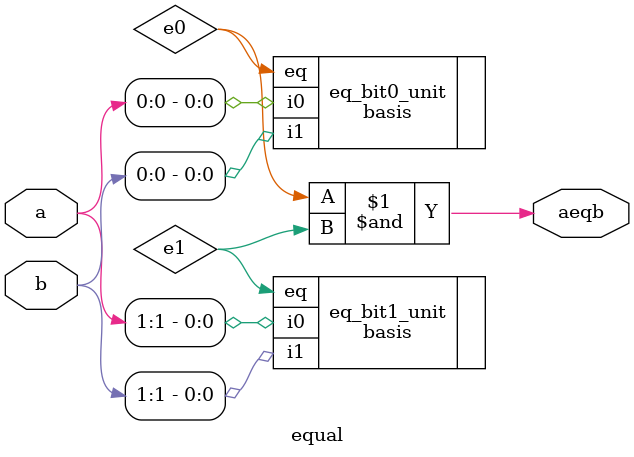
<source format=v>
`timescale 1ns / 1ps


module equal
   (
    input  wire[1:0] a, b, // a adn b are the two 2-bit numbers to compare
    output wire aeqb // single bit output. Should be high if a adn b the same
   );

   // internal signal declaration, used to wire outpus of the 1 bit comparators
   wire e0, e1;

   // body
   // instantiate two 1-bit comparators that we already know are tested and work
   // named instantiation allows us to change order of ports.
   basis eq_bit0_unit (.i0(a[0]), .i1(b[0]), .eq(e0));
   
    // following changes are made:
    // i. semicolon added
    // ii. module name changed
   basis eq_bit1_unit (.eq(e1), .i0(a[1]), .i1(b[1]));

   // a and b are equal if individual bits are equal, which comes from the 1-bit comparators
   assign aeqb = e0 & e1; // operator changed from xor to and

endmodule
</source>
